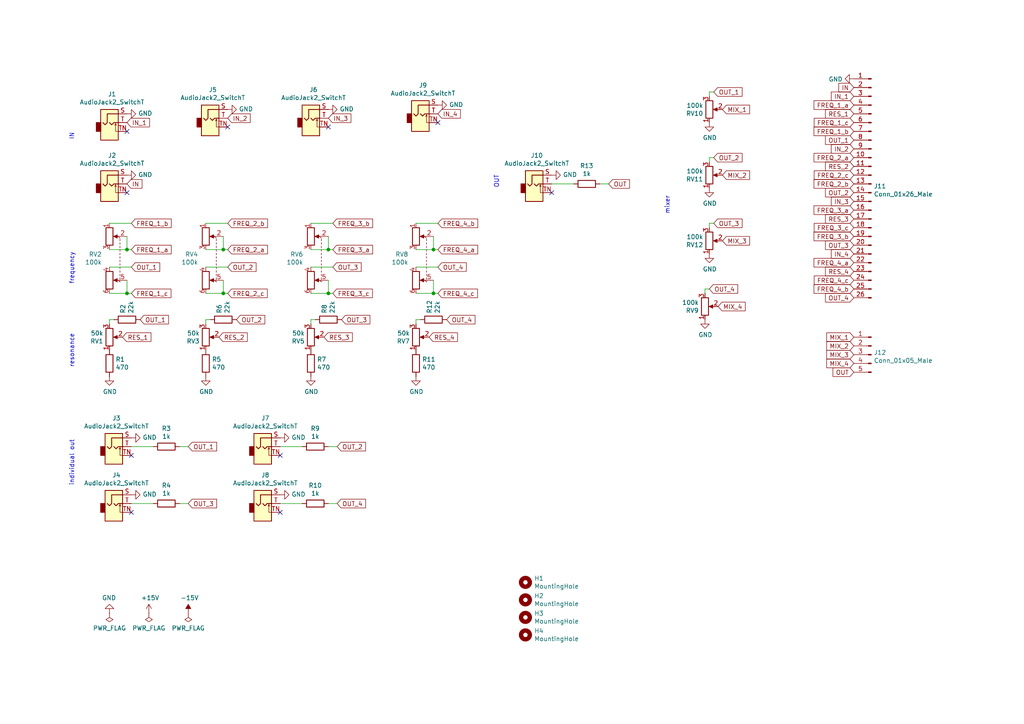
<source format=kicad_sch>
(kicad_sch (version 20230121) (generator eeschema)
  (paper "A4")
  (title_block (title "resonanz") (date "2020-06-10") (rev "01") (comment 1 "schema for mount panel") (comment 2 "resonant band pass filter") (comment 4 "License CC BY 4.0 - Attribution 4.0 International"))
  (lib_symbols
    (symbol "Connector:Conn_01x05_Pin" (pin_names (offset 1.016) hide)
      (property "Reference" "J" (at 0 7.62 0))
      (property "Value" "Conn_01x05_Pin" (at 0 -7.62 0))
      (symbol "Conn_01x05_Pin_1_1"
        (polyline (pts (xy 1.27 -5.08) (xy 0.8636 -5.08)) (stroke (width 0.1524)))
        (polyline (pts (xy 1.27 -2.54) (xy 0.8636 -2.54)) (stroke (width 0.1524)))
        (polyline (pts (xy 1.27 0) (xy 0.8636 0)) (stroke (width 0.1524)))
        (polyline (pts (xy 1.27 2.54) (xy 0.8636 2.54)) (stroke (width 0.1524)))
        (polyline (pts (xy 1.27 5.08) (xy 0.8636 5.08)) (stroke (width 0.1524)))
        (rectangle (start 0.8636 -4.953) (end 0 -5.207) (stroke (width 0.1524)) (fill (type outline)))
        (rectangle (start 0.8636 -2.413) (end 0 -2.667) (stroke (width 0.1524)) (fill (type outline)))
        (rectangle (start 0.8636 0.127) (end 0 -0.127) (stroke (width 0.1524)) (fill (type outline)))
        (rectangle (start 0.8636 2.667) (end 0 2.413) (stroke (width 0.1524)) (fill (type outline)))
        (rectangle (start 0.8636 5.207) (end 0 4.953) (stroke (width 0.1524)) (fill (type outline)))
        (pin passive line (at 5.08 5.08 180) (length 3.81) (name "Pin_1") (number "1"))
        (pin passive line (at 5.08 2.54 180) (length 3.81) (name "Pin_2") (number "2"))
        (pin passive line (at 5.08 0 180) (length 3.81) (name "Pin_3") (number "3"))
        (pin passive line (at 5.08 -2.54 180) (length 3.81) (name "Pin_4") (number "4"))
        (pin passive line (at 5.08 -5.08 180) (length 3.81) (name "Pin_5") (number "5"))
      )
    )
    (symbol "Connector:Conn_01x26_Pin" (pin_names (offset 1.016) hide)
      (property "Reference" "J" (at 0 33.02 0))
      (property "Value" "Conn_01x26_Pin" (at 0 -35.56 0))
      (symbol "Conn_01x26_Pin_1_1"
        (polyline (pts (xy 1.27 -33.02) (xy 0.8636 -33.02)) (stroke (width 0.1524)))
        (polyline (pts (xy 1.27 -30.48) (xy 0.8636 -30.48)) (stroke (width 0.1524)))
        (polyline (pts (xy 1.27 -27.94) (xy 0.8636 -27.94)) (stroke (width 0.1524)))
        (polyline (pts (xy 1.27 -25.4) (xy 0.8636 -25.4)) (stroke (width 0.1524)))
        (polyline (pts (xy 1.27 -22.86) (xy 0.8636 -22.86)) (stroke (width 0.1524)))
        (polyline (pts (xy 1.27 -20.32) (xy 0.8636 -20.32)) (stroke (width 0.1524)))
        (polyline (pts (xy 1.27 -17.78) (xy 0.8636 -17.78)) (stroke (width 0.1524)))
        (polyline (pts (xy 1.27 -15.24) (xy 0.8636 -15.24)) (stroke (width 0.1524)))
        (polyline (pts (xy 1.27 -12.7) (xy 0.8636 -12.7)) (stroke (width 0.1524)))
        (polyline (pts (xy 1.27 -10.16) (xy 0.8636 -10.16)) (stroke (width 0.1524)))
        (polyline (pts (xy 1.27 -7.62) (xy 0.8636 -7.62)) (stroke (width 0.1524)))
        (polyline (pts (xy 1.27 -5.08) (xy 0.8636 -5.08)) (stroke (width 0.1524)))
        (polyline (pts (xy 1.27 -2.54) (xy 0.8636 -2.54)) (stroke (width 0.1524)))
        (polyline (pts (xy 1.27 0) (xy 0.8636 0)) (stroke (width 0.1524)))
        (polyline (pts (xy 1.27 2.54) (xy 0.8636 2.54)) (stroke (width 0.1524)))
        (polyline (pts (xy 1.27 5.08) (xy 0.8636 5.08)) (stroke (width 0.1524)))
        (polyline (pts (xy 1.27 7.62) (xy 0.8636 7.62)) (stroke (width 0.1524)))
        (polyline (pts (xy 1.27 10.16) (xy 0.8636 10.16)) (stroke (width 0.1524)))
        (polyline (pts (xy 1.27 12.7) (xy 0.8636 12.7)) (stroke (width 0.1524)))
        (polyline (pts (xy 1.27 15.24) (xy 0.8636 15.24)) (stroke (width 0.1524)))
        (polyline (pts (xy 1.27 17.78) (xy 0.8636 17.78)) (stroke (width 0.1524)))
        (polyline (pts (xy 1.27 20.32) (xy 0.8636 20.32)) (stroke (width 0.1524)))
        (polyline (pts (xy 1.27 22.86) (xy 0.8636 22.86)) (stroke (width 0.1524)))
        (polyline (pts (xy 1.27 25.4) (xy 0.8636 25.4)) (stroke (width 0.1524)))
        (polyline (pts (xy 1.27 27.94) (xy 0.8636 27.94)) (stroke (width 0.1524)))
        (polyline (pts (xy 1.27 30.48) (xy 0.8636 30.48)) (stroke (width 0.1524)))
        (rectangle (start 0.8636 -32.893) (end 0 -33.147) (stroke (width 0.1524)) (fill (type outline)))
        (rectangle (start 0.8636 -30.353) (end 0 -30.607) (stroke (width 0.1524)) (fill (type outline)))
        (rectangle (start 0.8636 -27.813) (end 0 -28.067) (stroke (width 0.1524)) (fill (type outline)))
        (rectangle (start 0.8636 -25.273) (end 0 -25.527) (stroke (width 0.1524)) (fill (type outline)))
        (rectangle (start 0.8636 -22.733) (end 0 -22.987) (stroke (width 0.1524)) (fill (type outline)))
        (rectangle (start 0.8636 -20.193) (end 0 -20.447) (stroke (width 0.1524)) (fill (type outline)))
        (rectangle (start 0.8636 -17.653) (end 0 -17.907) (stroke (width 0.1524)) (fill (type outline)))
        (rectangle (start 0.8636 -15.113) (end 0 -15.367) (stroke (width 0.1524)) (fill (type outline)))
        (rectangle (start 0.8636 -12.573) (end 0 -12.827) (stroke (width 0.1524)) (fill (type outline)))
        (rectangle (start 0.8636 -10.033) (end 0 -10.287) (stroke (width 0.1524)) (fill (type outline)))
        (rectangle (start 0.8636 -7.493) (end 0 -7.747) (stroke (width 0.1524)) (fill (type outline)))
        (rectangle (start 0.8636 -4.953) (end 0 -5.207) (stroke (width 0.1524)) (fill (type outline)))
        (rectangle (start 0.8636 -2.413) (end 0 -2.667) (stroke (width 0.1524)) (fill (type outline)))
        (rectangle (start 0.8636 0.127) (end 0 -0.127) (stroke (width 0.1524)) (fill (type outline)))
        (rectangle (start 0.8636 2.667) (end 0 2.413) (stroke (width 0.1524)) (fill (type outline)))
        (rectangle (start 0.8636 5.207) (end 0 4.953) (stroke (width 0.1524)) (fill (type outline)))
        (rectangle (start 0.8636 7.747) (end 0 7.493) (stroke (width 0.1524)) (fill (type outline)))
        (rectangle (start 0.8636 10.287) (end 0 10.033) (stroke (width 0.1524)) (fill (type outline)))
        (rectangle (start 0.8636 12.827) (end 0 12.573) (stroke (width 0.1524)) (fill (type outline)))
        (rectangle (start 0.8636 15.367) (end 0 15.113) (stroke (width 0.1524)) (fill (type outline)))
        (rectangle (start 0.8636 17.907) (end 0 17.653) (stroke (width 0.1524)) (fill (type outline)))
        (rectangle (start 0.8636 20.447) (end 0 20.193) (stroke (width 0.1524)) (fill (type outline)))
        (rectangle (start 0.8636 22.987) (end 0 22.733) (stroke (width 0.1524)) (fill (type outline)))
        (rectangle (start 0.8636 25.527) (end 0 25.273) (stroke (width 0.1524)) (fill (type outline)))
        (rectangle (start 0.8636 28.067) (end 0 27.813) (stroke (width 0.1524)) (fill (type outline)))
        (rectangle (start 0.8636 30.607) (end 0 30.353) (stroke (width 0.1524)) (fill (type outline)))
        (pin passive line (at 5.08 30.48 180) (length 3.81) (name "Pin_1") (number "1"))
        (pin passive line (at 5.08 7.62 180) (length 3.81) (name "Pin_10") (number "10"))
        (pin passive line (at 5.08 5.08 180) (length 3.81) (name "Pin_11") (number "11"))
        (pin passive line (at 5.08 2.54 180) (length 3.81) (name "Pin_12") (number "12"))
        (pin passive line (at 5.08 0 180) (length 3.81) (name "Pin_13") (number "13"))
        (pin passive line (at 5.08 -2.54 180) (length 3.81) (name "Pin_14") (number "14"))
        (pin passive line (at 5.08 -5.08 180) (length 3.81) (name "Pin_15") (number "15"))
        (pin passive line (at 5.08 -7.62 180) (length 3.81) (name "Pin_16") (number "16"))
        (pin passive line (at 5.08 -10.16 180) (length 3.81) (name "Pin_17") (number "17"))
        (pin passive line (at 5.08 -12.7 180) (length 3.81) (name "Pin_18") (number "18"))
        (pin passive line (at 5.08 -15.24 180) (length 3.81) (name "Pin_19") (number "19"))
        (pin passive line (at 5.08 27.94 180) (length 3.81) (name "Pin_2") (number "2"))
        (pin passive line (at 5.08 -17.78 180) (length 3.81) (name "Pin_20") (number "20"))
        (pin passive line (at 5.08 -20.32 180) (length 3.81) (name "Pin_21") (number "21"))
        (pin passive line (at 5.08 -22.86 180) (length 3.81) (name "Pin_22") (number "22"))
        (pin passive line (at 5.08 -25.4 180) (length 3.81) (name "Pin_23") (number "23"))
        (pin passive line (at 5.08 -27.94 180) (length 3.81) (name "Pin_24") (number "24"))
        (pin passive line (at 5.08 -30.48 180) (length 3.81) (name "Pin_25") (number "25"))
        (pin passive line (at 5.08 -33.02 180) (length 3.81) (name "Pin_26") (number "26"))
        (pin passive line (at 5.08 25.4 180) (length 3.81) (name "Pin_3") (number "3"))
        (pin passive line (at 5.08 22.86 180) (length 3.81) (name "Pin_4") (number "4"))
        (pin passive line (at 5.08 20.32 180) (length 3.81) (name "Pin_5") (number "5"))
        (pin passive line (at 5.08 17.78 180) (length 3.81) (name "Pin_6") (number "6"))
        (pin passive line (at 5.08 15.24 180) (length 3.81) (name "Pin_7") (number "7"))
        (pin passive line (at 5.08 12.7 180) (length 3.81) (name "Pin_8") (number "8"))
        (pin passive line (at 5.08 10.16 180) (length 3.81) (name "Pin_9") (number "9"))
      )
    )
    (symbol "Connector_Audio:AudioJack2_SwitchT"
      (property "Reference" "J" (at 0 8.89 0))
      (property "Value" "AudioJack2_SwitchT" (at 0 6.35 0))
      (symbol "AudioJack2_SwitchT_0_1"
        (rectangle (start -2.54 0) (end -3.81 -2.54) (stroke (width 0.254)) (fill (type outline)))
        (polyline (pts (xy 1.778 -0.254) (xy 2.032 -0.762)))
        (polyline (pts (xy 0 0) (xy 0.635 -0.635) (xy 1.27 0) (xy 2.54 0)) (stroke (width 0.254)))
        (polyline (pts (xy 2.54 -2.54) (xy 1.778 -2.54) (xy 1.778 -0.254) (xy 1.524 -0.762)))
        (polyline (pts (xy 2.54 2.54) (xy -0.635 2.54) (xy -0.635 0) (xy -1.27 -0.635) (xy -1.905 0)) (stroke (width 0.254)))
        (rectangle (start 2.54 3.81) (end -2.54 -5.08) (stroke (width 0.254)) (fill (type background)))
      )
      (symbol "AudioJack2_SwitchT_1_1"
        (pin passive line (at 5.08 2.54 180) (length 2.54) (name "~") (number "S"))
        (pin passive line (at 5.08 0 180) (length 2.54) (name "~") (number "T"))
        (pin passive line (at 5.08 -2.54 180) (length 2.54) (name "~") (number "TN"))
      )
    )
    (symbol "Device:R" (pin_numbers hide) (pin_names (offset 0))
      (property "Reference" "R" (at 2.032 0 90))
      (property "Value" "R" (at 0 0 90))
      (symbol "R_0_1"
        (rectangle (start -1.016 -2.54) (end 1.016 2.54) (stroke (width 0.254)))
      )
      (symbol "R_1_1"
        (pin passive line (at 0 3.81 270) (length 1.27) (name "~") (number "1"))
        (pin passive line (at 0 -3.81 90) (length 1.27) (name "~") (number "2"))
      )
    )
    (symbol "Device:R_Potentiometer" (pin_names (offset 1.016) hide)
      (property "Reference" "RV" (at -4.445 0 90))
      (property "Value" "R_Potentiometer" (at -2.54 0 90))
      (symbol "R_Potentiometer_0_1"
        (polyline (pts (xy 2.54 0) (xy 1.524 0)))
        (polyline (pts (xy 1.143 0) (xy 2.286 0.508) (xy 2.286 -0.508) (xy 1.143 0)) (fill (type outline)))
        (rectangle (start 1.016 2.54) (end -1.016 -2.54) (stroke (width 0.254)))
      )
      (symbol "R_Potentiometer_1_1"
        (pin passive line (at 0 3.81 270) (length 1.27) (name "1") (number "1"))
        (pin passive line (at 3.81 0 180) (length 1.27) (name "2") (number "2"))
        (pin passive line (at 0 -3.81 90) (length 1.27) (name "3") (number "3"))
      )
    )
    (symbol "Device:R_Potentiometer_Dual" (pin_names (offset 1.016) hide)
      (property "Reference" "RV" (at 0 3.81 0))
      (property "Value" "R_Potentiometer_Dual" (at 0 1.905 0))
      (symbol "R_Potentiometer_Dual_0_1"
        (rectangle (start -8.89 -1.524) (end -3.81 -3.556) (stroke (width 0.254)))
        (polyline (pts (xy -6.35 0) (xy -6.35 -1.016)))
        (polyline (pts (xy -6.35 0) (xy -6.35 -1.016)))
        (polyline (pts (xy -6.35 0) (xy -5.842 0.508)))
        (polyline (pts (xy -5.588 0.508) (xy -5.08 0.508)))
        (polyline (pts (xy -4.572 0.508) (xy -4.064 0.508)))
        (polyline (pts (xy -3.556 0.508) (xy -3.048 0.508)))
        (polyline (pts (xy -2.54 0.508) (xy -2.032 0.508)))
        (polyline (pts (xy -1.524 0.508) (xy -1.016 0.508)))
        (polyline (pts (xy -0.508 0.508) (xy 0 0.508)))
        (polyline (pts (xy 0.508 0.508) (xy 1.016 0.508)))
        (polyline (pts (xy 1.524 0.508) (xy 2.032 0.508)))
        (polyline (pts (xy 2.54 0.508) (xy 3.048 0.508)))
        (polyline (pts (xy 3.556 0.508) (xy 4.064 0.508)))
        (polyline (pts (xy 4.572 0.508) (xy 5.08 0.508)))
        (polyline (pts (xy 5.588 0.508) (xy 6.096 0.508)))
        (polyline (pts (xy 6.35 0) (xy 6.35 -1.016)))
        (polyline (pts (xy 6.35 0) (xy 6.35 -1.016)))
        (polyline (pts (xy 6.604 0.508) (xy 6.858 0.508) (xy 6.35 0)))
        (polyline (pts (xy -6.35 -1.397) (xy -6.858 -0.254) (xy -5.842 -0.254) (xy -6.35 -1.397)) (fill (type outline)))
        (polyline (pts (xy 6.35 -1.397) (xy 5.842 -0.254) (xy 6.858 -0.254) (xy 6.35 -1.397)) (fill (type outline)))
        (rectangle (start 3.81 -1.524) (end 8.89 -3.556) (stroke (width 0.254)))
      )
      (symbol "R_Potentiometer_Dual_1_1"
        (pin passive line (at -10.16 -2.54 0) (length 1.27) (name "1") (number "1"))
        (pin passive line (at -6.35 2.54 270) (length 2.54) (name "2") (number "2"))
        (pin passive line (at -2.54 -2.54 180) (length 1.27) (name "3") (number "3"))
        (pin passive line (at 2.54 -2.54 0) (length 1.27) (name "4") (number "4"))
        (pin passive line (at 6.35 2.54 270) (length 2.54) (name "5") (number "5"))
        (pin passive line (at 10.16 -2.54 180) (length 1.27) (name "6") (number "6"))
      )
    )
    (symbol "Mechanical:MountingHole" (pin_names (offset 1.016))
      (property "Reference" "H" (at 0 5.08 0))
      (property "Value" "MountingHole" (at 0 3.175 0))
      (symbol "MountingHole_0_1"
        (circle (center 0 0) (radius 1.27) (stroke (width 1.27)))
      )
    )
    (symbol "power:+15V" (power) (pin_names (offset 0))
      (property "Value" "+15V" (at 0 3.556 0))
      (symbol "+15V_0_1"
        (polyline (pts (xy -0.762 1.27) (xy 0 2.54)))
        (polyline (pts (xy 0 0) (xy 0 2.54)))
        (polyline (pts (xy 0 2.54) (xy 0.762 1.27)))
      )
      (symbol "+15V_1_1"
        (pin power_in line (at 0 0 90) (length 0) hide (name "+15V") (number "1"))
      )
    )
    (symbol "power:-15V" (power) (pin_names (offset 0))
      (property "Value" "-15V" (at 0 3.81 0))
      (symbol "-15V_0_0"
        (pin power_in line (at 0 0 90) (length 0) hide (name "-15V") (number "1"))
      )
      (symbol "-15V_0_1"
        (polyline (pts (xy 0 0) (xy 0 1.27) (xy 0.762 1.27) (xy 0 2.54) (xy -0.762 1.27) (xy 0 1.27)) (fill (type outline)))
      )
    )
    (symbol "power:GND" (power) (pin_names (offset 0))
      (property "Value" "GND" (at 0 -3.81 0))
      (symbol "GND_0_1"
        (polyline (pts (xy 0 0) (xy 0 -1.27) (xy 1.27 -1.27) (xy 0 -2.54) (xy -1.27 -1.27) (xy 0 -1.27)))
      )
      (symbol "GND_1_1"
        (pin power_in line (at 0 0 270) (length 0) hide (name "GND") (number "1"))
      )
    )
    (symbol "power:PWR_FLAG" (power) (pin_numbers hide) (pin_names (offset 0) hide)
      (property "Value" "PWR_FLAG" (at 0 3.81 0))
      (symbol "PWR_FLAG_0_0"
        (pin power_out line (at 0 0 90) (length 0) (name "pwr") (number "1"))
      )
      (symbol "PWR_FLAG_0_1"
        (polyline (pts (xy 0 0) (xy 0 1.27) (xy -1.016 1.905) (xy 0 2.54) (xy 1.016 1.905) (xy 0 1.27)))
      )
    )
  )
  (junction (at 64.77 85.09))
  (junction (at 125.73 72.39))
  (junction (at 36.83 85.09))
  (junction (at 64.77 72.39))
  (junction (at 125.73 85.09))
  (junction (at 95.25 72.39))
  (junction (at 95.25 85.09))
  (junction (at 36.83 72.39))
  (no_connect (at 38.1 148.59))
  (no_connect (at 36.83 38.1))
  (no_connect (at 160.02 55.88))
  (no_connect (at 81.28 148.59))
  (no_connect (at 81.28 132.08))
  (no_connect (at 66.04 36.83))
  (no_connect (at 38.1 132.08))
  (no_connect (at 95.25 36.83))
  (no_connect (at 36.83 55.88))
  (no_connect (at 127 35.56))
  (wire (pts (xy 54.61 129.54) (xy 52.07 129.54)))
  (wire (pts (xy 205.74 64.77) (xy 205.74 66.04)))
  (wire (pts (xy 64.77 81.28) (xy 64.77 85.09)))
  (wire (pts (xy 36.83 68.58) (xy 36.83 72.39)))
  (wire (pts (xy 90.17 72.39) (xy 95.25 72.39)))
  (wire (pts (xy 207.01 64.77) (xy 205.74 64.77)))
  (wire (pts (xy 31.75 64.77) (xy 38.1 64.77)))
  (wire (pts (xy 125.73 81.28) (xy 125.73 85.09)))
  (wire (pts (xy 166.37 53.34) (xy 160.02 53.34)))
  (wire (pts (xy 90.17 92.71) (xy 90.17 93.98)))
  (wire (pts (xy 59.69 85.09) (xy 64.77 85.09)))
  (wire (pts (xy 87.63 129.54) (xy 81.28 129.54)))
  (wire (pts (xy 97.79 129.54) (xy 95.25 129.54)))
  (wire (pts (xy 36.83 72.39) (xy 38.1 72.39)))
  (wire (pts (xy 59.69 92.71) (xy 59.69 93.98)))
  (wire (pts (xy 120.65 85.09) (xy 125.73 85.09)))
  (wire (pts (xy 31.75 85.09) (xy 36.83 85.09)))
  (wire (pts (xy 120.65 77.47) (xy 127 77.47)))
  (wire (pts (xy 59.69 64.77) (xy 66.04 64.77)))
  (wire (pts (xy 125.73 85.09) (xy 127 85.09)))
  (wire (pts (xy 54.61 146.05) (xy 52.07 146.05)))
  (wire (pts (xy 91.44 92.71) (xy 90.17 92.71)))
  (wire (pts (xy 121.92 92.71) (xy 120.65 92.71)))
  (wire (pts (xy 64.77 85.09) (xy 66.04 85.09)))
  (wire (pts (xy 176.53 53.34) (xy 173.99 53.34)))
  (wire (pts (xy 120.65 72.39) (xy 125.73 72.39)))
  (wire (pts (xy 205.74 26.67) (xy 205.74 27.94)))
  (wire (pts (xy 120.65 64.77) (xy 127 64.77)))
  (wire (pts (xy 31.75 92.71) (xy 31.75 93.98)))
  (wire (pts (xy 64.77 72.39) (xy 66.04 72.39)))
  (wire (pts (xy 36.83 85.09) (xy 38.1 85.09)))
  (wire (pts (xy 31.75 77.47) (xy 38.1 77.47)))
  (wire (pts (xy 95.25 72.39) (xy 96.52 72.39)))
  (wire (pts (xy 60.96 92.71) (xy 59.69 92.71)))
  (wire (pts (xy 90.17 85.09) (xy 95.25 85.09)))
  (wire (pts (xy 31.75 72.39) (xy 36.83 72.39)))
  (wire (pts (xy 90.17 77.47) (xy 96.52 77.47)))
  (wire (pts (xy 33.02 92.71) (xy 31.75 92.71)))
  (wire (pts (xy 36.83 81.28) (xy 36.83 85.09)))
  (wire (pts (xy 97.79 146.05) (xy 95.25 146.05)))
  (wire (pts (xy 207.01 26.67) (xy 205.74 26.67)))
  (wire (pts (xy 64.77 68.58) (xy 64.77 72.39)))
  (wire (pts (xy 44.45 146.05) (xy 38.1 146.05)))
  (wire (pts (xy 205.74 45.72) (xy 205.74 46.99)))
  (wire (pts (xy 205.74 83.82) (xy 204.47 83.82)))
  (wire (pts (xy 207.01 45.72) (xy 205.74 45.72)))
  (wire (pts (xy 59.69 77.47) (xy 66.04 77.47)))
  (wire (pts (xy 90.17 64.77) (xy 96.52 64.77)))
  (wire (pts (xy 125.73 72.39) (xy 127 72.39)))
  (wire (pts (xy 95.25 68.58) (xy 95.25 72.39)))
  (wire (pts (xy 44.45 129.54) (xy 38.1 129.54)))
  (wire (pts (xy 95.25 81.28) (xy 95.25 85.09)))
  (wire (pts (xy 95.25 85.09) (xy 96.52 85.09)))
  (wire (pts (xy 59.69 72.39) (xy 64.77 72.39)))
  (wire (pts (xy 87.63 146.05) (xy 81.28 146.05)))
  (wire (pts (xy 204.47 83.82) (xy 204.47 85.09)))
  (wire (pts (xy 120.65 92.71) (xy 120.65 93.98)))
  (wire (pts (xy 125.73 68.58) (xy 125.73 72.39)))
  (text "resonance" (at 21.59 106.68 90) (effects (font (size 1.27 1.27)) (justify left bottom)))
  (text "individual out" (at 21.59 140.97 90) (effects (font (size 1.27 1.27)) (justify left bottom)))
  (text "mixer" (at 194.31 62.23 90) (effects (font (size 1.27 1.27)) (justify left bottom)))
  (text "OUT" (at 144.78 54.61 90) (effects (font (size 1.27 1.27)) (justify left bottom)))
  (text "IN" (at 21.59 40.64 90) (effects (font (size 1.27 1.27)) (justify left bottom)))
  (text "frequency" (at 21.59 82.55 90) (effects (font (size 1.27 1.27)) (justify left bottom)))
  (global_label "OUT_1" (shape input) (at 207.01 26.67 0) (property "Intersheetrefs" "${INTERSHEET_REFS}" (effects hide)))
  (global_label "OUT_4" (shape input) (at 97.79 146.05 0) (property "Intersheetrefs" "${INTERSHEET_REFS}" (effects hide)))
  (global_label "IN_4" (shape input) (at 127 33.02 0) (property "Intersheetrefs" "${INTERSHEET_REFS}" (effects hide)))
  (global_label "FREQ_3_a" (shape input) (at 247.65 60.96 180) (property "Intersheetrefs" "${INTERSHEET_REFS}" (effects hide)))
  (global_label "OUT_2" (shape input) (at 207.01 45.72 0) (property "Intersheetrefs" "${INTERSHEET_REFS}" (effects hide)))
  (global_label "OUT" (shape input) (at 176.53 53.34 0) (property "Intersheetrefs" "${INTERSHEET_REFS}" (effects hide)))
  (global_label "FREQ_2_c" (shape input) (at 247.65 50.8 180) (property "Intersheetrefs" "${INTERSHEET_REFS}" (effects hide)))
  (global_label "FREQ_2_c" (shape input) (at 66.04 85.09 0) (property "Intersheetrefs" "${INTERSHEET_REFS}" (effects hide)))
  (global_label "FREQ_1_a" (shape input) (at 38.1 72.39 0) (property "Intersheetrefs" "${INTERSHEET_REFS}" (effects hide)))
  (global_label "RES_1" (shape input) (at 247.65 33.02 180) (property "Intersheetrefs" "${INTERSHEET_REFS}" (effects hide)))
  (global_label "MIX_2" (shape input) (at 247.65 100.33 180) (property "Intersheetrefs" "${INTERSHEET_REFS}" (effects hide)))
  (global_label "FREQ_4_a" (shape input) (at 247.65 76.2 180) (property "Intersheetrefs" "${INTERSHEET_REFS}" (effects hide)))
  (global_label "MIX_3" (shape input) (at 247.65 102.87 180) (property "Intersheetrefs" "${INTERSHEET_REFS}" (effects hide)))
  (global_label "OUT" (shape input) (at 247.65 107.95 180) (property "Intersheetrefs" "${INTERSHEET_REFS}" (effects hide)))
  (global_label "IN_1" (shape input) (at 36.83 35.56 0) (property "Intersheetrefs" "${INTERSHEET_REFS}" (effects hide)))
  (global_label "FREQ_1_c" (shape input) (at 38.1 85.09 0) (property "Intersheetrefs" "${INTERSHEET_REFS}" (effects hide)))
  (global_label "FREQ_4_a" (shape input) (at 127 72.39 0) (property "Intersheetrefs" "${INTERSHEET_REFS}" (effects hide)))
  (global_label "MIX_3" (shape input) (at 209.55 69.85 0) (property "Intersheetrefs" "${INTERSHEET_REFS}" (effects hide)))
  (global_label "IN" (shape input) (at 36.83 53.34 0) (property "Intersheetrefs" "${INTERSHEET_REFS}" (effects hide)))
  (global_label "RES_4" (shape input) (at 124.46 97.79 0) (property "Intersheetrefs" "${INTERSHEET_REFS}" (effects hide)))
  (global_label "OUT_3" (shape input) (at 207.01 64.77 0) (property "Intersheetrefs" "${INTERSHEET_REFS}" (effects hide)))
  (global_label "FREQ_4_c" (shape input) (at 247.65 81.28 180) (property "Intersheetrefs" "${INTERSHEET_REFS}" (effects hide)))
  (global_label "FREQ_3_a" (shape input) (at 96.52 72.39 0) (property "Intersheetrefs" "${INTERSHEET_REFS}" (effects hide)))
  (global_label "RES_2" (shape input) (at 63.5 97.79 0) (property "Intersheetrefs" "${INTERSHEET_REFS}" (effects hide)))
  (global_label "OUT_1" (shape input) (at 38.1 77.47 0) (property "Intersheetrefs" "${INTERSHEET_REFS}" (effects hide)))
  (global_label "OUT_3" (shape input) (at 99.06 92.71 0) (property "Intersheetrefs" "${INTERSHEET_REFS}" (effects hide)))
  (global_label "OUT_1" (shape input) (at 54.61 129.54 0) (property "Intersheetrefs" "${INTERSHEET_REFS}" (effects hide)))
  (global_label "OUT_1" (shape input) (at 247.65 40.64 180) (property "Intersheetrefs" "${INTERSHEET_REFS}" (effects hide)))
  (global_label "IN_4" (shape input) (at 247.65 73.66 180) (property "Intersheetrefs" "${INTERSHEET_REFS}" (effects hide)))
  (global_label "IN_2" (shape input) (at 66.04 34.29 0) (property "Intersheetrefs" "${INTERSHEET_REFS}" (effects hide)))
  (global_label "FREQ_1_c" (shape input) (at 247.65 35.56 180) (property "Intersheetrefs" "${INTERSHEET_REFS}" (effects hide)))
  (global_label "RES_2" (shape input) (at 247.65 48.26 180) (property "Intersheetrefs" "${INTERSHEET_REFS}" (effects hide)))
  (global_label "OUT_2" (shape input) (at 247.65 55.88 180) (property "Intersheetrefs" "${INTERSHEET_REFS}" (effects hide)))
  (global_label "OUT_3" (shape input) (at 96.52 77.47 0) (property "Intersheetrefs" "${INTERSHEET_REFS}" (effects hide)))
  (global_label "FREQ_4_b" (shape input) (at 127 64.77 0) (property "Intersheetrefs" "${INTERSHEET_REFS}" (effects hide)))
  (global_label "OUT_2" (shape input) (at 68.58 92.71 0) (property "Intersheetrefs" "${INTERSHEET_REFS}" (effects hide)))
  (global_label "MIX_2" (shape input) (at 209.55 50.8 0) (property "Intersheetrefs" "${INTERSHEET_REFS}" (effects hide)))
  (global_label "MIX_1" (shape input) (at 247.65 97.79 180) (property "Intersheetrefs" "${INTERSHEET_REFS}" (effects hide)))
  (global_label "IN_3" (shape input) (at 247.65 58.42 180) (property "Intersheetrefs" "${INTERSHEET_REFS}" (effects hide)))
  (global_label "FREQ_2_a" (shape input) (at 66.04 72.39 0) (property "Intersheetrefs" "${INTERSHEET_REFS}" (effects hide)))
  (global_label "IN" (shape input) (at 247.65 25.4 180) (property "Intersheetrefs" "${INTERSHEET_REFS}" (effects hide)))
  (global_label "OUT_1" (shape input) (at 40.64 92.71 0) (property "Intersheetrefs" "${INTERSHEET_REFS}" (effects hide)))
  (global_label "OUT_3" (shape input) (at 247.65 71.12 180) (property "Intersheetrefs" "${INTERSHEET_REFS}" (effects hide)))
  (global_label "FREQ_2_b" (shape input) (at 247.65 53.34 180) (property "Intersheetrefs" "${INTERSHEET_REFS}" (effects hide)))
  (global_label "FREQ_3_b" (shape input) (at 247.65 68.58 180) (property "Intersheetrefs" "${INTERSHEET_REFS}" (effects hide)))
  (global_label "OUT_3" (shape input) (at 54.61 146.05 0) (property "Intersheetrefs" "${INTERSHEET_REFS}" (effects hide)))
  (global_label "FREQ_2_a" (shape input) (at 247.65 45.72 180) (property "Intersheetrefs" "${INTERSHEET_REFS}" (effects hide)))
  (global_label "MIX_1" (shape input) (at 209.55 31.75 0) (property "Intersheetrefs" "${INTERSHEET_REFS}" (effects hide)))
  (global_label "OUT_4" (shape input) (at 127 77.47 0) (property "Intersheetrefs" "${INTERSHEET_REFS}" (effects hide)))
  (global_label "RES_3" (shape input) (at 93.98 97.79 0) (property "Intersheetrefs" "${INTERSHEET_REFS}" (effects hide)))
  (global_label "OUT_4" (shape input) (at 129.54 92.71 0) (property "Intersheetrefs" "${INTERSHEET_REFS}" (effects hide)))
  (global_label "FREQ_1_b" (shape input) (at 38.1 64.77 0) (property "Intersheetrefs" "${INTERSHEET_REFS}" (effects hide)))
  (global_label "OUT_4" (shape input) (at 205.74 83.82 0) (property "Intersheetrefs" "${INTERSHEET_REFS}" (effects hide)))
  (global_label "FREQ_4_b" (shape input) (at 247.65 83.82 180) (property "Intersheetrefs" "${INTERSHEET_REFS}" (effects hide)))
  (global_label "OUT_2" (shape input) (at 97.79 129.54 0) (property "Intersheetrefs" "${INTERSHEET_REFS}" (effects hide)))
  (global_label "IN_1" (shape input) (at 247.65 27.94 180) (property "Intersheetrefs" "${INTERSHEET_REFS}" (effects hide)))
  (global_label "FREQ_3_b" (shape input) (at 96.52 64.77 0) (property "Intersheetrefs" "${INTERSHEET_REFS}" (effects hide)))
  (global_label "FREQ_3_c" (shape input) (at 247.65 66.04 180) (property "Intersheetrefs" "${INTERSHEET_REFS}" (effects hide)))
  (global_label "FREQ_3_c" (shape input) (at 96.52 85.09 0) (property "Intersheetrefs" "${INTERSHEET_REFS}" (effects hide)))
  (global_label "OUT_2" (shape input) (at 66.04 77.47 0) (property "Intersheetrefs" "${INTERSHEET_REFS}" (effects hide)))
  (global_label "FREQ_4_c" (shape input) (at 127 85.09 0) (property "Intersheetrefs" "${INTERSHEET_REFS}" (effects hide)))
  (global_label "FREQ_1_a" (shape input) (at 247.65 30.48 180) (property "Intersheetrefs" "${INTERSHEET_REFS}" (effects hide)))
  (global_label "MIX_4" (shape input) (at 247.65 105.41 180) (property "Intersheetrefs" "${INTERSHEET_REFS}" (effects hide)))
  (global_label "RES_1" (shape input) (at 35.56 97.79 0) (property "Intersheetrefs" "${INTERSHEET_REFS}" (effects hide)))
  (global_label "RES_3" (shape input) (at 247.65 63.5 180) (property "Intersheetrefs" "${INTERSHEET_REFS}" (effects hide)))
  (global_label "IN_3" (shape input) (at 95.25 34.29 0) (property "Intersheetrefs" "${INTERSHEET_REFS}" (effects hide)))
  (global_label "IN_2" (shape input) (at 247.65 43.18 180) (property "Intersheetrefs" "${INTERSHEET_REFS}" (effects hide)))
  (global_label "OUT_4" (shape input) (at 247.65 86.36 180) (property "Intersheetrefs" "${INTERSHEET_REFS}" (effects hide)))
  (global_label "FREQ_2_b" (shape input) (at 66.04 64.77 0) (property "Intersheetrefs" "${INTERSHEET_REFS}" (effects hide)))
  (global_label "FREQ_1_b" (shape input) (at 247.65 38.1 180) (property "Intersheetrefs" "${INTERSHEET_REFS}" (effects hide)))
  (global_label "RES_4" (shape input) (at 247.65 78.74 180) (property "Intersheetrefs" "${INTERSHEET_REFS}" (effects hide)))
  (global_label "MIX_4" (shape input) (at 208.28 88.9 0) (property "Intersheetrefs" "${INTERSHEET_REFS}" (effects hide)))
  (symbol (lib_id "Device:R_Potentiometer") (at 31.75 97.79 0) (mirror x) (unit 1)
    (property "Reference" "RV1" (at 29.972 98.9584 0) (effects (justify right)))
    (property "Value" "50k" (at 29.972 96.647 0) (effects (justify right)))
    (property "Footprint" "elektrophon:Potentiometer_Alpha_RD901F-40-00D_Single_Vertical" (effects hide))
  )
  (symbol (lib_id "Connector_Audio:AudioJack2_SwitchT") (at 31.75 35.56 0) (unit 1)
    (property "Reference" "J1" (at 32.512 27.305 0))
    (property "Value" "AudioJack2_SwitchT" (at 32.512 29.6164 0))
    (property "Footprint" "elektrophon:Jack_3.5mm_WQP-PJ398SM_Vertical" (effects hide))
  )
  (symbol (lib_id "power:GND") (at 36.83 33.02 90) (unit 1)
    (property "Reference" "#PWR03" (effects hide))
    (property "Value" "GND" (at 40.0812 32.893 90) (effects (justify right)))
  )
  (symbol (lib_id "power:+15V") (at 43.18 177.8 0) (unit 1)
    (property "Reference" "#PWR05" (effects hide))
    (property "Value" "+15V" (at 43.561 173.4058 0))
  )
  (symbol (lib_id "power:-15V") (at 54.61 177.8 0) (unit 1)
    (property "Reference" "#PWR08" (effects hide))
    (property "Value" "-15V" (at 54.991 173.4058 0))
  )
  (symbol (lib_id "power:GND") (at 31.75 177.8 180) (unit 1)
    (property "Reference" "#PWR02" (effects hide))
    (property "Value" "GND" (at 31.623 173.4058 0))
  )
  (symbol (lib_id "power:PWR_FLAG") (at 31.75 177.8 180) (unit 1)
    (property "Reference" "#FLG01" (effects hide))
    (property "Value" "PWR_FLAG" (at 31.75 182.1942 0))
  )
  (symbol (lib_id "power:PWR_FLAG") (at 43.18 177.8 180) (unit 1)
    (property "Reference" "#FLG02" (effects hide))
    (property "Value" "PWR_FLAG" (at 43.18 182.1942 0))
  )
  (symbol (lib_id "power:PWR_FLAG") (at 54.61 177.8 180) (unit 1)
    (property "Reference" "#FLG03" (effects hide))
    (property "Value" "PWR_FLAG" (at 54.61 182.1942 0))
  )
  (symbol (lib_id "Mechanical:MountingHole") (at 152.4 168.91 0) (unit 1)
    (property "Reference" "H1" (at 154.94 167.7416 0) (effects (justify left)))
    (property "Value" "MountingHole" (at 154.94 170.053 0) (effects (justify left)))
    (property "Footprint" "MountingHole:MountingHole_2.2mm_M2" (effects hide))
  )
  (symbol (lib_id "Mechanical:MountingHole") (at 152.4 173.99 0) (unit 1)
    (property "Reference" "H2" (at 154.94 172.8216 0) (effects (justify left)))
    (property "Value" "MountingHole" (at 154.94 175.133 0) (effects (justify left)))
    (property "Footprint" "MountingHole:MountingHole_2.2mm_M2" (effects hide))
  )
  (symbol (lib_id "Mechanical:MountingHole") (at 152.4 179.07 0) (unit 1)
    (property "Reference" "H3" (at 154.94 177.9016 0) (effects (justify left)))
    (property "Value" "MountingHole" (at 154.94 180.213 0) (effects (justify left)))
    (property "Footprint" "MountingHole:MountingHole_2.2mm_M2" (effects hide))
  )
  (symbol (lib_id "Mechanical:MountingHole") (at 152.4 184.15 0) (unit 1)
    (property "Reference" "H4" (at 154.94 182.9816 0) (effects (justify left)))
    (property "Value" "MountingHole" (at 154.94 185.293 0) (effects (justify left)))
    (property "Footprint" "MountingHole:MountingHole_2.2mm_M2" (effects hide))
  )
  (symbol (lib_id "Connector_Audio:AudioJack2_SwitchT") (at 31.75 53.34 0) (unit 1)
    (property "Reference" "J2" (at 32.512 45.085 0))
    (property "Value" "AudioJack2_SwitchT" (at 32.512 47.3964 0))
    (property "Footprint" "elektrophon:Jack_3.5mm_WQP-PJ398SM_Vertical" (effects hide))
  )
  (symbol (lib_id "power:GND") (at 36.83 50.8 90) (unit 1)
    (property "Reference" "#PWR04" (effects hide))
    (property "Value" "GND" (at 40.0812 50.673 90) (effects (justify right)))
  )
  (symbol (lib_id "Device:R") (at 36.83 92.71 90) (unit 1)
    (property "Reference" "R2" (at 35.6616 90.932 0) (effects (justify left)))
    (property "Value" "22k" (at 37.973 90.932 0) (effects (justify left)))
    (property "Footprint" "Resistor_THT:R_Axial_DIN0207_L6.3mm_D2.5mm_P10.16mm_Horizontal" (effects hide))
  )
  (symbol (lib_id "Device:R_Potentiometer_Dual") (at 34.29 74.93 270) (unit 1)
    (property "Reference" "RV2" (at 29.5402 73.7616 90) (effects (justify right)))
    (property "Value" "100k" (at 29.5402 76.073 90) (effects (justify right)))
    (property "Footprint" "elektrophon:Potentiometer_Alpha_RD902F-40-00D_Dual_Vertical" (effects hide))
  )
  (symbol (lib_id "Connector_Audio:AudioJack2_SwitchT") (at 33.02 129.54 0) (unit 1)
    (property "Reference" "J3" (at 33.782 121.285 0))
    (property "Value" "AudioJack2_SwitchT" (at 33.782 123.5964 0))
    (property "Footprint" "elektrophon:Jack_3.5mm_WQP-PJ398SM_Vertical" (effects hide))
  )
  (symbol (lib_id "power:GND") (at 38.1 127 90) (unit 1)
    (property "Reference" "#PWR06" (effects hide))
    (property "Value" "GND" (at 41.3512 126.873 90) (effects (justify right)))
  )
  (symbol (lib_id "Device:R") (at 31.75 105.41 0) (unit 1)
    (property "Reference" "R1" (at 33.528 104.2416 0) (effects (justify left)))
    (property "Value" "470" (at 33.528 106.553 0) (effects (justify left)))
    (property "Footprint" "Resistor_THT:R_Axial_DIN0207_L6.3mm_D2.5mm_P10.16mm_Horizontal" (effects hide))
  )
  (symbol (lib_id "power:GND") (at 31.75 109.22 0) (unit 1)
    (property "Reference" "#PWR01" (effects hide))
    (property "Value" "GND" (at 31.877 113.6142 0))
  )
  (symbol (lib_id "power:GND") (at 247.65 22.86 270) (unit 1)
    (property "Reference" "#PWR022" (effects hide))
    (property "Value" "GND" (at 244.3988 22.987 90) (effects (justify right)))
  )
  (symbol (lib_id "Device:R_Potentiometer") (at 204.47 88.9 0) (mirror x) (unit 1)
    (property "Reference" "RV9" (at 202.692 90.0684 0) (effects (justify right)))
    (property "Value" "100k" (at 202.692 87.757 0) (effects (justify right)))
    (property "Footprint" "elektrophon:Potentiometer_Alpha_RD901F-40-00D_Single_Vertical" (effects hide))
  )
  (symbol (lib_id "power:GND") (at 204.47 92.71 0) (unit 1)
    (property "Reference" "#PWR017" (effects hide))
    (property "Value" "GND" (at 204.597 97.1042 0))
  )
  (symbol (lib_id "Connector:Conn_01x26_Pin") (at 252.73 53.34 0) (mirror y) (unit 1)
    (property "Reference" "J11" (at 253.4412 54.0004 0) (effects (justify right)))
    (property "Value" "Conn_01x26_Male" (at 253.4412 56.3118 0) (effects (justify right)))
    (property "Footprint" "Connector_PinHeader_2.54mm:PinHeader_1x26_P2.54mm_Vertical" (effects hide))
  )
  (symbol (lib_id "Device:R") (at 48.26 129.54 270) (unit 1)
    (property "Reference" "R3" (at 48.26 124.2822 90))
    (property "Value" "1k" (at 48.26 126.5936 90))
    (property "Footprint" "Resistor_THT:R_Axial_DIN0207_L6.3mm_D2.5mm_P10.16mm_Horizontal" (effects hide))
  )
  (symbol (lib_id "Connector:Conn_01x05_Pin") (at 252.73 102.87 0) (mirror y) (unit 1)
    (property "Reference" "J12" (at 253.4412 102.2604 0) (effects (justify right)))
    (property "Value" "Conn_01x05_Male" (at 253.4412 104.5718 0) (effects (justify right)))
    (property "Footprint" "Connector_PinHeader_2.54mm:PinHeader_1x05_P2.54mm_Vertical" (effects hide))
  )
  (symbol (lib_id "Device:R") (at 64.77 92.71 90) (unit 1)
    (property "Reference" "R6" (at 63.6016 90.932 0) (effects (justify left)))
    (property "Value" "22k" (at 65.913 90.932 0) (effects (justify left)))
    (property "Footprint" "Resistor_THT:R_Axial_DIN0207_L6.3mm_D2.5mm_P10.16mm_Horizontal" (effects hide))
  )
  (symbol (lib_id "Device:R") (at 95.25 92.71 90) (unit 1)
    (property "Reference" "R8" (at 94.0816 90.932 0) (effects (justify left)))
    (property "Value" "22k" (at 96.393 90.932 0) (effects (justify left)))
    (property "Footprint" "Resistor_THT:R_Axial_DIN0207_L6.3mm_D2.5mm_P10.16mm_Horizontal" (effects hide))
  )
  (symbol (lib_id "Device:R") (at 125.73 92.71 90) (unit 1)
    (property "Reference" "R12" (at 124.5616 90.932 0) (effects (justify left)))
    (property "Value" "22k" (at 126.873 90.932 0) (effects (justify left)))
    (property "Footprint" "Resistor_THT:R_Axial_DIN0207_L6.3mm_D2.5mm_P10.16mm_Horizontal" (effects hide))
  )
  (symbol (lib_id "Device:R_Potentiometer") (at 59.69 97.79 0) (mirror x) (unit 1)
    (property "Reference" "RV3" (at 57.912 98.9584 0) (effects (justify right)))
    (property "Value" "50k" (at 57.912 96.647 0) (effects (justify right)))
    (property "Footprint" "elektrophon:Potentiometer_Alpha_RD901F-40-00D_Single_Vertical" (effects hide))
  )
  (symbol (lib_id "Connector_Audio:AudioJack2_SwitchT") (at 60.96 34.29 0) (unit 1)
    (property "Reference" "J5" (at 61.722 26.035 0))
    (property "Value" "AudioJack2_SwitchT" (at 61.722 28.3464 0))
    (property "Footprint" "elektrophon:Jack_3.5mm_WQP-PJ398SM_Vertical" (effects hide))
  )
  (symbol (lib_id "power:GND") (at 66.04 31.75 90) (unit 1)
    (property "Reference" "#PWR010" (effects hide))
    (property "Value" "GND" (at 69.2912 31.623 90) (effects (justify right)))
  )
  (symbol (lib_id "Device:R_Potentiometer_Dual") (at 62.23 74.93 270) (unit 1)
    (property "Reference" "RV4" (at 57.4802 73.7616 90) (effects (justify right)))
    (property "Value" "100k" (at 57.4802 76.073 90) (effects (justify right)))
    (property "Footprint" "elektrophon:Potentiometer_Alpha_RD902F-40-00D_Dual_Vertical" (effects hide))
  )
  (symbol (lib_id "Connector_Audio:AudioJack2_SwitchT") (at 76.2 129.54 0) (unit 1)
    (property "Reference" "J7" (at 76.962 121.285 0))
    (property "Value" "AudioJack2_SwitchT" (at 76.962 123.5964 0))
    (property "Footprint" "elektrophon:Jack_3.5mm_WQP-PJ398SM_Vertical" (effects hide))
  )
  (symbol (lib_id "power:GND") (at 81.28 127 90) (unit 1)
    (property "Reference" "#PWR013" (effects hide))
    (property "Value" "GND" (at 84.5312 126.873 90) (effects (justify right)))
  )
  (symbol (lib_id "Device:R") (at 59.69 105.41 0) (unit 1)
    (property "Reference" "R5" (at 61.468 104.2416 0) (effects (justify left)))
    (property "Value" "470" (at 61.468 106.553 0) (effects (justify left)))
    (property "Footprint" "Resistor_THT:R_Axial_DIN0207_L6.3mm_D2.5mm_P10.16mm_Horizontal" (effects hide))
  )
  (symbol (lib_id "power:GND") (at 59.69 109.22 0) (unit 1)
    (property "Reference" "#PWR09" (effects hide))
    (property "Value" "GND" (at 59.817 113.6142 0))
  )
  (symbol (lib_id "Device:R") (at 91.44 129.54 270) (unit 1)
    (property "Reference" "R9" (at 91.44 124.2822 90))
    (property "Value" "1k" (at 91.44 126.5936 90))
    (property "Footprint" "Resistor_THT:R_Axial_DIN0207_L6.3mm_D2.5mm_P10.16mm_Horizontal" (effects hide))
  )
  (symbol (lib_id "Device:R_Potentiometer") (at 90.17 97.79 0) (mirror x) (unit 1)
    (property "Reference" "RV5" (at 88.392 98.9584 0) (effects (justify right)))
    (property "Value" "50k" (at 88.392 96.647 0) (effects (justify right)))
    (property "Footprint" "elektrophon:Potentiometer_Alpha_RD901F-40-00D_Single_Vertical" (effects hide))
  )
  (symbol (lib_id "Connector_Audio:AudioJack2_SwitchT") (at 90.17 34.29 0) (unit 1)
    (property "Reference" "J6" (at 90.932 26.035 0))
    (property "Value" "AudioJack2_SwitchT" (at 90.932 28.3464 0))
    (property "Footprint" "elektrophon:Jack_3.5mm_WQP-PJ398SM_Vertical" (effects hide))
  )
  (symbol (lib_id "power:GND") (at 95.25 31.75 90) (unit 1)
    (property "Reference" "#PWR012" (effects hide))
    (property "Value" "GND" (at 98.5012 31.623 90) (effects (justify right)))
  )
  (symbol (lib_id "Device:R_Potentiometer_Dual") (at 92.71 74.93 270) (unit 1)
    (property "Reference" "RV6" (at 87.9602 73.7616 90) (effects (justify right)))
    (property "Value" "100k" (at 87.9602 76.073 90) (effects (justify right)))
    (property "Footprint" "elektrophon:Potentiometer_Alpha_RD902F-40-00D_Dual_Vertical" (effects hide))
  )
  (symbol (lib_id "Connector_Audio:AudioJack2_SwitchT") (at 33.02 146.05 0) (unit 1)
    (property "Reference" "J4" (at 33.782 137.795 0))
    (property "Value" "AudioJack2_SwitchT" (at 33.782 140.1064 0))
    (property "Footprint" "elektrophon:Jack_3.5mm_WQP-PJ398SM_Vertical" (effects hide))
  )
  (symbol (lib_id "power:GND") (at 38.1 143.51 90) (unit 1)
    (property "Reference" "#PWR07" (effects hide))
    (property "Value" "GND" (at 41.3512 143.383 90) (effects (justify right)))
  )
  (symbol (lib_id "Device:R") (at 90.17 105.41 0) (unit 1)
    (property "Reference" "R7" (at 91.948 104.2416 0) (effects (justify left)))
    (property "Value" "470" (at 91.948 106.553 0) (effects (justify left)))
    (property "Footprint" "Resistor_THT:R_Axial_DIN0207_L6.3mm_D2.5mm_P10.16mm_Horizontal" (effects hide))
  )
  (symbol (lib_id "power:GND") (at 90.17 109.22 0) (unit 1)
    (property "Reference" "#PWR011" (effects hide))
    (property "Value" "GND" (at 90.297 113.6142 0))
  )
  (symbol (lib_id "Device:R") (at 48.26 146.05 270) (unit 1)
    (property "Reference" "R4" (at 48.26 140.7922 90))
    (property "Value" "1k" (at 48.26 143.1036 90))
    (property "Footprint" "Resistor_THT:R_Axial_DIN0207_L6.3mm_D2.5mm_P10.16mm_Horizontal" (effects hide))
  )
  (symbol (lib_id "Connector_Audio:AudioJack2_SwitchT") (at 154.94 53.34 0) (unit 1)
    (property "Reference" "J10" (at 155.702 45.085 0))
    (property "Value" "AudioJack2_SwitchT" (at 155.702 47.3964 0))
    (property "Footprint" "elektrophon:Jack_3.5mm_WQP-PJ398SM_Vertical" (effects hide))
  )
  (symbol (lib_id "power:GND") (at 160.02 50.8 90) (unit 1)
    (property "Reference" "#PWR021" (effects hide))
    (property "Value" "GND" (at 163.2712 50.673 90) (effects (justify right)))
  )
  (symbol (lib_id "Device:R") (at 170.18 53.34 270) (unit 1)
    (property "Reference" "R13" (at 170.18 48.0822 90))
    (property "Value" "1k" (at 170.18 50.3936 90))
    (property "Footprint" "Resistor_THT:R_Axial_DIN0207_L6.3mm_D2.5mm_P10.16mm_Horizontal" (effects hide))
  )
  (symbol (lib_id "Device:R_Potentiometer") (at 205.74 31.75 0) (mirror x) (unit 1)
    (property "Reference" "RV10" (at 203.962 32.9184 0) (effects (justify right)))
    (property "Value" "100k" (at 203.962 30.607 0) (effects (justify right)))
    (property "Footprint" "elektrophon:Potentiometer_Alpha_RD901F-40-00D_Single_Vertical" (effects hide))
  )
  (symbol (lib_id "power:GND") (at 205.74 35.56 0) (unit 1)
    (property "Reference" "#PWR018" (effects hide))
    (property "Value" "GND" (at 205.867 39.9542 0))
  )
  (symbol (lib_id "Device:R_Potentiometer") (at 205.74 50.8 0) (mirror x) (unit 1)
    (property "Reference" "RV11" (at 203.962 51.9684 0) (effects (justify right)))
    (property "Value" "100k" (at 203.962 49.657 0) (effects (justify right)))
    (property "Footprint" "elektrophon:Potentiometer_Alpha_RD901F-40-00D_Single_Vertical" (effects hide))
  )
  (symbol (lib_id "power:GND") (at 205.74 54.61 0) (unit 1)
    (property "Reference" "#PWR019" (effects hide))
    (property "Value" "GND" (at 205.867 59.0042 0))
  )
  (symbol (lib_id "Device:R_Potentiometer") (at 205.74 69.85 0) (mirror x) (unit 1)
    (property "Reference" "RV12" (at 203.962 71.0184 0) (effects (justify right)))
    (property "Value" "100k" (at 203.962 68.707 0) (effects (justify right)))
    (property "Footprint" "elektrophon:Potentiometer_Alpha_RD901F-40-00D_Single_Vertical" (effects hide))
  )
  (symbol (lib_id "power:GND") (at 205.74 73.66 0) (unit 1)
    (property "Reference" "#PWR020" (effects hide))
    (property "Value" "GND" (at 205.867 78.0542 0))
  )
  (symbol (lib_id "Device:R_Potentiometer") (at 120.65 97.79 0) (mirror x) (unit 1)
    (property "Reference" "RV7" (at 118.872 98.9584 0) (effects (justify right)))
    (property "Value" "50k" (at 118.872 96.647 0) (effects (justify right)))
    (property "Footprint" "elektrophon:Potentiometer_Alpha_RD901F-40-00D_Single_Vertical" (effects hide))
  )
  (symbol (lib_id "Connector_Audio:AudioJack2_SwitchT") (at 121.92 33.02 0) (unit 1)
    (property "Reference" "J9" (at 122.682 24.765 0))
    (property "Value" "AudioJack2_SwitchT" (at 122.682 27.0764 0))
    (property "Footprint" "elektrophon:Jack_3.5mm_WQP-PJ398SM_Vertical" (effects hide))
  )
  (symbol (lib_id "power:GND") (at 127 30.48 90) (unit 1)
    (property "Reference" "#PWR016" (effects hide))
    (property "Value" "GND" (at 130.2512 30.353 90) (effects (justify right)))
  )
  (symbol (lib_id "Device:R_Potentiometer_Dual") (at 123.19 74.93 270) (unit 1)
    (property "Reference" "RV8" (at 118.4402 73.7616 90) (effects (justify right)))
    (property "Value" "100k" (at 118.4402 76.073 90) (effects (justify right)))
    (property "Footprint" "elektrophon:Potentiometer_Alpha_RD902F-40-00D_Dual_Vertical" (effects hide))
  )
  (symbol (lib_id "Device:R") (at 120.65 105.41 0) (unit 1)
    (property "Reference" "R11" (at 122.428 104.2416 0) (effects (justify left)))
    (property "Value" "470" (at 122.428 106.553 0) (effects (justify left)))
    (property "Footprint" "Resistor_THT:R_Axial_DIN0207_L6.3mm_D2.5mm_P10.16mm_Horizontal" (effects hide))
  )
  (symbol (lib_id "power:GND") (at 120.65 109.22 0) (unit 1)
    (property "Reference" "#PWR015" (effects hide))
    (property "Value" "GND" (at 120.777 113.6142 0))
  )
  (symbol (lib_id "Connector_Audio:AudioJack2_SwitchT") (at 76.2 146.05 0) (unit 1)
    (property "Reference" "J8" (at 76.962 137.795 0))
    (property "Value" "AudioJack2_SwitchT" (at 76.962 140.1064 0))
    (property "Footprint" "elektrophon:Jack_3.5mm_WQP-PJ398SM_Vertical" (effects hide))
  )
  (symbol (lib_id "power:GND") (at 81.28 143.51 90) (unit 1)
    (property "Reference" "#PWR014" (effects hide))
    (property "Value" "GND" (at 84.5312 143.383 90) (effects (justify right)))
  )
  (symbol (lib_id "Device:R") (at 91.44 146.05 270) (unit 1)
    (property "Reference" "R10" (at 91.44 140.7922 90))
    (property "Value" "1k" (at 91.44 143.1036 90))
    (property "Footprint" "Resistor_THT:R_Axial_DIN0207_L6.3mm_D2.5mm_P10.16mm_Horizontal" (effects hide))
  )
)
</source>
